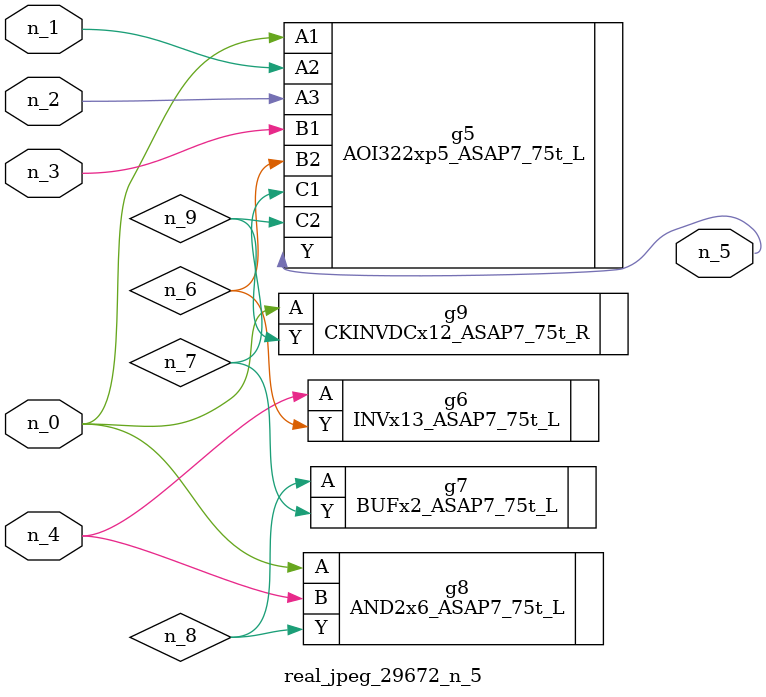
<source format=v>
module real_jpeg_29672_n_5 (n_4, n_0, n_1, n_2, n_3, n_5);

input n_4;
input n_0;
input n_1;
input n_2;
input n_3;

output n_5;

wire n_8;
wire n_6;
wire n_7;
wire n_9;

AOI322xp5_ASAP7_75t_L g5 ( 
.A1(n_0),
.A2(n_1),
.A3(n_2),
.B1(n_3),
.B2(n_6),
.C1(n_7),
.C2(n_9),
.Y(n_5)
);

AND2x6_ASAP7_75t_L g8 ( 
.A(n_0),
.B(n_4),
.Y(n_8)
);

CKINVDCx12_ASAP7_75t_R g9 ( 
.A(n_0),
.Y(n_9)
);

INVx13_ASAP7_75t_L g6 ( 
.A(n_4),
.Y(n_6)
);

BUFx2_ASAP7_75t_L g7 ( 
.A(n_8),
.Y(n_7)
);


endmodule
</source>
